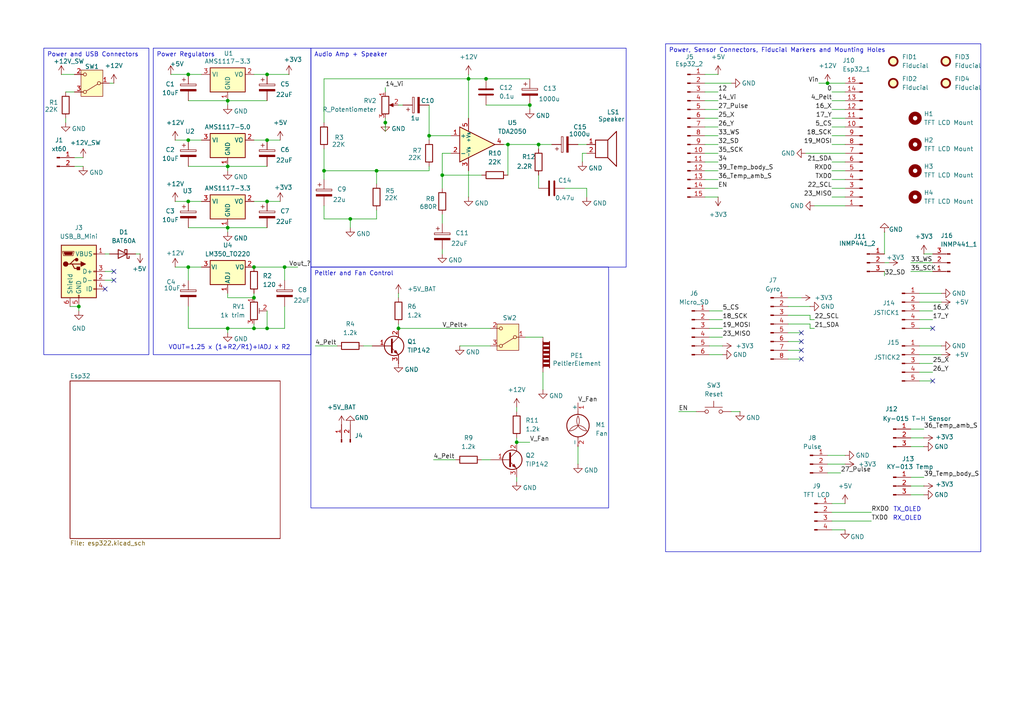
<source format=kicad_sch>
(kicad_sch (version 20231120) (generator "eeschema") (generator_version "8.0")
  (paper "A4")
  (lib_symbols
    (symbol "Amplifier_Audio:TDA2050" (pin_names (offset 0.127))
      (property "Reference" "U" (at 3.81 6.35 0))
      (property "Value" "TDA2050" (at 3.81 3.81 0))
      (symbol "TDA2050_1_1"
        (pin input line (at -7.62 2.54 0) (length 2.54) (name "+") (number "1"))
        (pin input line (at -7.62 -2.54 0) (length 2.54) (name "-") (number "2"))
        (pin power_in line (at -2.54 -7.62 90) (length 3.81) (name "-Vs") (number "3"))
        (pin output line (at 7.62 0 180) (length 2.54) (name "~") (number "4"))
        (pin power_in line (at -2.54 7.62 270) (length 3.81) (name "+Vs") (number "5"))
      )
    )
    (symbol "Connector:Conn_01x02_Pin" (pin_names (offset 1.016) hide)
      (property "Reference" "J" (at 0 2.54 0))
      (property "Value" "Conn_01x02_Pin" (at 0 -5.08 0))
      (symbol "Conn_01x02_Pin_1_1"
        (pin passive line (at 5.08 0 180) (length 3.81) (name "Pin_1") (number "1"))
        (pin passive line (at 5.08 -2.54 180) (length 3.81) (name "Pin_2") (number "2"))
      )
    )
    (symbol "Connector:Conn_01x03_Pin" (pin_names (offset 1.016) hide)
      (property "Reference" "J" (at 0 5.08 0))
      (property "Value" "Conn_01x03_Pin" (at 0 -5.08 0))
      (symbol "Conn_01x03_Pin_1_1"
        (pin passive line (at 5.08 2.54 180) (length 3.81) (name "Pin_1") (number "1"))
        (pin passive line (at 5.08 0 180) (length 3.81) (name "Pin_2") (number "2"))
        (pin passive line (at 5.08 -2.54 180) (length 3.81) (name "Pin_3") (number "3"))
      )
    )
    (symbol "Connector:Conn_01x04_Pin" (pin_names (offset 1.016) hide)
      (property "Reference" "J" (at 0 5.08 0))
      (property "Value" "Conn_01x04_Pin" (at 0 -7.62 0))
      (symbol "Conn_01x04_Pin_1_1"
        (pin passive line (at 5.08 2.54 180) (length 3.81) (name "Pin_1") (number "1"))
        (pin passive line (at 5.08 0 180) (length 3.81) (name "Pin_2") (number "2"))
        (pin passive line (at 5.08 -2.54 180) (length 3.81) (name "Pin_3") (number "3"))
        (pin passive line (at 5.08 -5.08 180) (length 3.81) (name "Pin_4") (number "4"))
      )
    )
    (symbol "Connector:Conn_01x05_Pin" (pin_names (offset 1.016) hide)
      (property "Reference" "J" (at 0 7.62 0))
      (property "Value" "Conn_01x05_Pin" (at 0 -7.62 0))
      (symbol "Conn_01x05_Pin_1_1"
        (pin passive line (at 5.08 5.08 180) (length 3.81) (name "Pin_1") (number "1"))
        (pin passive line (at 5.08 2.54 180) (length 3.81) (name "Pin_2") (number "2"))
        (pin passive line (at 5.08 0 180) (length 3.81) (name "Pin_3") (number "3"))
        (pin passive line (at 5.08 -2.54 180) (length 3.81) (name "Pin_4") (number "4"))
        (pin passive line (at 5.08 -5.08 180) (length 3.81) (name "Pin_5") (number "5"))
      )
    )
    (symbol "Connector:Conn_01x06_Pin" (pin_names (offset 1.016) hide)
      (property "Reference" "J" (at 0 7.62 0))
      (property "Value" "Conn_01x06_Pin" (at 0 -10.16 0))
      (symbol "Conn_01x06_Pin_1_1"
        (pin passive line (at 5.08 5.08 180) (length 3.81) (name "Pin_1") (number "1"))
        (pin passive line (at 5.08 2.54 180) (length 3.81) (name "Pin_2") (number "2"))
        (pin passive line (at 5.08 0 180) (length 3.81) (name "Pin_3") (number "3"))
        (pin passive line (at 5.08 -2.54 180) (length 3.81) (name "Pin_4") (number "4"))
        (pin passive line (at 5.08 -5.08 180) (length 3.81) (name "Pin_5") (number "5"))
        (pin passive line (at 5.08 -7.62 180) (length 3.81) (name "Pin_6") (number "6"))
      )
    )
    (symbol "Connector:Conn_01x08_Pin" (pin_names (offset 1.016) hide)
      (property "Reference" "J" (at 0 10.16 0))
      (property "Value" "Conn_01x08_Pin" (at 0 -12.7 0))
      (symbol "Conn_01x08_Pin_1_1"
        (pin passive line (at 5.08 7.62 180) (length 3.81) (name "Pin_1") (number "1"))
        (pin passive line (at 5.08 5.08 180) (length 3.81) (name "Pin_2") (number "2"))
        (pin passive line (at 5.08 2.54 180) (length 3.81) (name "Pin_3") (number "3"))
        (pin passive line (at 5.08 0 180) (length 3.81) (name "Pin_4") (number "4"))
        (pin passive line (at 5.08 -2.54 180) (length 3.81) (name "Pin_5") (number "5"))
        (pin passive line (at 5.08 -5.08 180) (length 3.81) (name "Pin_6") (number "6"))
        (pin passive line (at 5.08 -7.62 180) (length 3.81) (name "Pin_7") (number "7"))
        (pin passive line (at 5.08 -10.16 180) (length 3.81) (name "Pin_8") (number "8"))
      )
    )
    (symbol "Connector:Conn_01x15_Pin" (pin_names (offset 1.016) hide)
      (property "Reference" "J" (at 0 20.32 0))
      (property "Value" "Conn_01x15_Pin" (at 0 -20.32 0))
      (symbol "Conn_01x15_Pin_1_1"
        (pin passive line (at 5.08 17.78 180) (length 3.81) (name "Pin_1") (number "1"))
        (pin passive line (at 5.08 -5.08 180) (length 3.81) (name "Pin_10") (number "10"))
        (pin passive line (at 5.08 -7.62 180) (length 3.81) (name "Pin_11") (number "11"))
        (pin passive line (at 5.08 -10.16 180) (length 3.81) (name "Pin_12") (number "12"))
        (pin passive line (at 5.08 -12.7 180) (length 3.81) (name "Pin_13") (number "13"))
        (pin passive line (at 5.08 -15.24 180) (length 3.81) (name "Pin_14") (number "14"))
        (pin passive line (at 5.08 -17.78 180) (length 3.81) (name "Pin_15") (number "15"))
        (pin passive line (at 5.08 15.24 180) (length 3.81) (name "Pin_2") (number "2"))
        (pin passive line (at 5.08 12.7 180) (length 3.81) (name "Pin_3") (number "3"))
        (pin passive line (at 5.08 10.16 180) (length 3.81) (name "Pin_4") (number "4"))
        (pin passive line (at 5.08 7.62 180) (length 3.81) (name "Pin_5") (number "5"))
        (pin passive line (at 5.08 5.08 180) (length 3.81) (name "Pin_6") (number "6"))
        (pin passive line (at 5.08 2.54 180) (length 3.81) (name "Pin_7") (number "7"))
        (pin passive line (at 5.08 0 180) (length 3.81) (name "Pin_8") (number "8"))
        (pin passive line (at 5.08 -2.54 180) (length 3.81) (name "Pin_9") (number "9"))
      )
    )
    (symbol "Connector:USB_B_Mini" (pin_names (offset 1.016))
      (property "Reference" "J" (at -5.08 11.43 0))
      (property "Value" "USB_B_Mini" (at -5.08 8.89 0))
      (symbol "USB_B_Mini_1_1"
        (pin power_out line (at 7.62 5.08 180) (length 2.54) (name "VBUS") (number "1"))
        (pin bidirectional line (at 7.62 -2.54 180) (length 2.54) (name "D-") (number "2"))
        (pin bidirectional line (at 7.62 0 180) (length 2.54) (name "D+") (number "3"))
        (pin passive line (at 7.62 -5.08 180) (length 2.54) (name "ID") (number "4"))
        (pin power_out line (at 0 -10.16 90) (length 2.54) (name "GND") (number "5"))
        (pin passive line (at -2.54 -10.16 90) (length 2.54) (name "Shield") (number "6"))
      )
    )
    (symbol "Device:C" (pin_numbers hide) (pin_names (offset 0.254))
      (property "Reference" "C" (at 0.635 2.54 0))
      (property "Value" "C" (at 0.635 -2.54 0))
      (symbol "C_1_1"
        (pin passive line (at 0 3.81 270) (length 2.794) (name "~") (number "1"))
        (pin passive line (at 0 -3.81 90) (length 2.794) (name "~") (number "2"))
      )
    )
    (symbol "Device:C_Polarized" (pin_numbers hide) (pin_names (offset 0.254))
      (property "Reference" "C" (at 0.635 2.54 0))
      (property "Value" "C_Polarized" (at 0.635 -2.54 0))
      (symbol "C_Polarized_1_1"
        (pin passive line (at 0 3.81 270) (length 2.794) (name "~") (number "1"))
        (pin passive line (at 0 -3.81 90) (length 2.794) (name "~") (number "2"))
      )
    )
    (symbol "Device:PeltierElement" (pin_numbers hide) (pin_names (offset 0))
      (property "Reference" "PE" (at 0 3.175 0))
      (property "Value" "PeltierElement" (at 0 -1.27 0))
      (symbol "PeltierElement_1_1"
        (pin passive line (at -5.08 0 0) (length 1.27) (name "~") (number "1"))
        (pin passive line (at 5.08 0 180) (length 1.27) (name "~") (number "2"))
      )
    )
    (symbol "Device:R" (pin_numbers hide) (pin_names (offset 0))
      (property "Reference" "R" (at 2.032 0 90))
      (property "Value" "R" (at 0 0 90))
      (symbol "R_1_1"
        (pin passive line (at 0 3.81 270) (length 1.27) (name "~") (number "1"))
        (pin passive line (at 0 -3.81 90) (length 1.27) (name "~") (number "2"))
      )
    )
    (symbol "Device:R_Potentiometer" (pin_names (offset 1.016) hide)
      (property "Reference" "RV" (at -4.445 0 90))
      (property "Value" "R_Potentiometer" (at -2.54 0 90))
      (symbol "R_Potentiometer_1_1"
        (pin passive line (at 0 3.81 270) (length 1.27) (name "1") (number "1"))
        (pin passive line (at 3.81 0 180) (length 1.27) (name "2") (number "2"))
        (pin passive line (at 0 -3.81 90) (length 1.27) (name "3") (number "3"))
      )
    )
    (symbol "Device:R_Potentiometer_Trim" (pin_names (offset 1.016) hide)
      (property "Reference" "RV" (at -4.445 0 90))
      (property "Value" "R_Potentiometer_Trim" (at -2.54 0 90))
      (symbol "R_Potentiometer_Trim_1_1"
        (pin passive line (at 0 3.81 270) (length 1.27) (name "1") (number "1"))
        (pin passive line (at 3.81 0 180) (length 1.27) (name "2") (number "2"))
        (pin passive line (at 0 -3.81 90) (length 1.27) (name "3") (number "3"))
      )
    )
    (symbol "Device:Speaker" (pin_names (offset 0) hide)
      (property "Reference" "LS" (at 1.27 5.715 0))
      (property "Value" "Speaker" (at 1.27 3.81 0))
      (symbol "Speaker_1_1"
        (pin input line (at -5.08 0 0) (length 2.54) (name "1") (number "1"))
        (pin input line (at -5.08 -2.54 0) (length 2.54) (name "2") (number "2"))
      )
    )
    (symbol "Diode:BAT60A" (pin_numbers hide) (pin_names (offset 1.016) hide)
      (property "Reference" "D" (at 0 2.54 0))
      (property "Value" "BAT60A" (at 0 -2.54 0))
      (symbol "BAT60A_1_1"
        (pin passive line (at -3.81 0 0) (length 2.54) (name "K") (number "1"))
        (pin passive line (at 3.81 0 180) (length 2.54) (name "A") (number "2"))
      )
    )
    (symbol "Mechanical:Fiducial" (exclude_from_sim yes) (in_bom no)
      (property "Reference" "FID" (at 0 5.08 0))
      (property "Value" "Fiducial" (at 0 3.175 0))
    )
    (symbol "Mechanical:MountingHole" (pin_names (offset 1.016)) (exclude_from_sim yes) (in_bom no)
      (property "Reference" "H" (at 0 5.08 0))
      (property "Value" "MountingHole" (at 0 3.175 0))
    )
    (symbol "Motor:Fan" (pin_names (offset 0))
      (property "Reference" "M" (at 2.54 5.08 0))
      (property "Value" "Fan" (at 2.54 -2.54 0))
      (symbol "Fan_1_1"
        (pin passive line (at 0 7.62 270) (length 2.54) (name "+") (number "1"))
        (pin passive line (at 0 -5.08 90) (length 2.54) (name "-") (number "2"))
      )
    )
    (symbol "Regulator_Linear:AMS1117-3.3"
      (property "Reference" "U" (at -3.81 3.175 0))
      (property "Value" "AMS1117-3.3" (at 0 3.175 0))
      (symbol "AMS1117-3.3_1_1"
        (pin power_in line (at 0 -7.62 90) (length 2.54) (name "GND") (number "1"))
        (pin power_out line (at 7.62 0 180) (length 2.54) (name "VO") (number "2"))
        (pin power_in line (at -7.62 0 0) (length 2.54) (name "VI") (number "3"))
      )
    )
    (symbol "Regulator_Linear:AMS1117-5.0"
      (property "Reference" "U" (at -3.81 3.175 0))
      (property "Value" "AMS1117-5.0" (at 0 3.175 0))
      (symbol "AMS1117-5.0_1_1"
        (pin power_in line (at 0 -7.62 90) (length 2.54) (name "GND") (number "1"))
        (pin power_out line (at 7.62 0 180) (length 2.54) (name "VO") (number "2"))
        (pin power_in line (at -7.62 0 0) (length 2.54) (name "VI") (number "3"))
      )
    )
    (symbol "Regulator_Linear:LM350_TO220" (pin_names (offset 0.254))
      (property "Reference" "U" (at -3.81 3.175 0))
      (property "Value" "LM350_TO220" (at 0 3.175 0))
      (symbol "LM350_TO220_1_1"
        (pin input line (at 0 -7.62 90) (length 2.54) (name "ADJ") (number "1"))
        (pin power_out line (at 7.62 0 180) (length 2.54) (name "VO") (number "2"))
        (pin power_in line (at -7.62 0 0) (length 2.54) (name "VI") (number "3"))
      )
    )
    (symbol "Switch:SW_Push" (pin_numbers hide) (pin_names (offset 1.016) hide)
      (property "Reference" "SW" (at 1.27 2.54 0))
      (property "Value" "SW_Push" (at 0 -1.524 0))
      (symbol "SW_Push_0_1"
        (pin passive line (at -5.08 0 0) (length 2.54) (name "1") (number "1"))
        (pin passive line (at 5.08 0 180) (length 2.54) (name "2") (number "2"))
      )
    )
    (symbol "Switch:SW_Wuerth_450301014042" (pin_names (offset 1) hide)
      (property "Reference" "SW" (at 0 5.08 0))
      (property "Value" "SW_Wuerth_450301014042" (at 0 -5.08 0))
      (symbol "SW_Wuerth_450301014042_1_1"
        (pin passive line (at -5.08 0 0) (length 2.54) (name "B") (number "1"))
        (pin passive line (at 5.08 -2.54 180) (length 2.54) (name "C") (number "2"))
        (pin passive line (at 5.08 2.54 180) (length 2.54) (name "A") (number "3"))
      )
    )
    (symbol "Transistor_BJT:TIP3055" (pin_names (offset 0) hide)
      (property "Reference" "Q" (at 5.08 1.905 0))
      (property "Value" "TIP3055" (at 5.08 0 0))
      (symbol "TIP3055_1_1"
        (pin input line (at -5.08 0 0) (length 5.715) (name "B") (number "1"))
        (pin passive line (at 2.54 5.08 270) (length 2.54) (name "C") (number "2"))
        (pin passive line (at 2.54 -5.08 90) (length 2.54) (name "E") (number "3"))
      )
    )
    (symbol "power:+12V" (power) (pin_numbers hide) (pin_names (offset 0) hide)
      (property "Value" "+12V" (at 0 3.556 0))
      (symbol "+12V_1_1"
        (pin power_in line (at 0 0 90) (length 0) (name "~") (number "1"))
      )
    )
    (symbol "power:+3.3V" (power) (pin_numbers hide) (pin_names (offset 0) hide)
      (property "Value" "+3.3V" (at 0 3.556 0))
      (symbol "+3.3V_1_1"
        (pin power_in line (at 0 0 90) (length 0) (name "~") (number "1"))
      )
    )
    (symbol "power:+5V" (power) (pin_numbers hide) (pin_names (offset 0) hide)
      (property "Value" "+5V" (at 0 3.556 0))
      (symbol "+5V_1_1"
        (pin power_in line (at 0 0 90) (length 0) (name "~") (number "1"))
      )
    )
    (symbol "power:GND" (power) (pin_numbers hide) (pin_names (offset 0) hide)
      (property "Value" "GND" (at 0 -3.81 0))
      (symbol "GND_1_1"
        (pin power_in line (at 0 0 270) (length 0) (name "~") (number "1"))
      )
    )
  )
  (junction (at 77.47 40.64))
  (junction (at 73.66 86.36))
  (junction (at 147.32 41.91))
  (junction (at 115.57 95.25))
  (junction (at 149.86 128.27))
  (junction (at 77.47 58.42))
  (junction (at 82.55 77.47))
  (junction (at 124.46 39.37))
  (junction (at 66.04 95.25))
  (junction (at 66.04 66.04))
  (junction (at 73.66 77.47))
  (junction (at 66.04 29.21))
  (junction (at 66.04 48.26))
  (junction (at 77.47 95.25))
  (junction (at 240.03 24.13))
  (junction (at 128.27 50.8))
  (junction (at 153.67 30.48))
  (junction (at 101.6 63.5))
  (junction (at 93.98 49.53))
  (junction (at 73.66 95.25))
  (junction (at 111.76 35.56))
  (junction (at 54.61 58.42))
  (junction (at 54.61 77.47))
  (junction (at 140.97 22.86))
  (junction (at 156.21 41.91))
  (junction (at 77.47 21.59))
  (junction (at 109.22 49.53))
  (junction (at 54.61 21.59))
  (junction (at 54.61 40.64))
  (junction (at 135.89 22.86))
  (junction (at 22.86 88.9))
  (no_connect (at 33.02 78.74))
  (no_connect (at 33.02 81.28))
  (no_connect (at 270.51 95.25))
  (no_connect (at 232.41 99.06))
  (no_connect (at 232.41 104.14))
  (no_connect (at 232.41 96.52))
  (no_connect (at 270.51 110.49))
  (no_connect (at 232.41 101.6))
  (no_connect (at 30.48 83.82))
  (wire (pts (xy 19.05 35.56) (xy 19.05 34.29)))
  (wire (pts (xy 66.04 30.48) (xy 66.04 29.21)))
  (wire (pts (xy 54.61 40.64) (xy 58.42 40.64)))
  (wire (pts (xy 170.18 54.61) (xy 163.83 54.61)))
  (wire (pts (xy 234.95 95.25) (xy 236.22 95.25)))
  (wire (pts (xy 241.3 36.83) (xy 245.11 36.83)))
  (wire (pts (xy 115.57 30.48) (xy 116.84 30.48)))
  (wire (pts (xy 17.78 21.59) (xy 21.59 21.59)))
  (wire (pts (xy 264.16 140.97) (xy 267.97 140.97)))
  (wire (pts (xy 264.16 127) (xy 267.97 127)))
  (wire (pts (xy 240.03 134.62) (xy 245.11 134.62)))
  (wire (pts (xy 66.04 86.36) (xy 73.66 86.36)))
  (wire (pts (xy 30.48 73.66) (xy 31.75 73.66)))
  (wire (pts (xy 266.7 110.49) (xy 270.51 110.49)))
  (wire (pts (xy 125.73 133.35) (xy 132.08 133.35)))
  (wire (pts (xy 204.47 34.29) (xy 208.28 34.29)))
  (wire (pts (xy 66.04 49.53) (xy 66.04 48.26)))
  (wire (pts (xy 241.3 31.75) (xy 245.11 31.75)))
  (wire (pts (xy 135.89 49.53) (xy 135.89 57.15)))
  (wire (pts (xy 133.35 100.33) (xy 142.24 100.33)))
  (wire (pts (xy 50.8 58.42) (xy 54.61 58.42)))
  (wire (pts (xy 124.46 30.48) (xy 124.46 39.37)))
  (wire (pts (xy 233.68 44.45) (xy 245.11 44.45)))
  (wire (pts (xy 93.98 63.5) (xy 101.6 63.5)))
  (wire (pts (xy 54.61 95.25) (xy 66.04 95.25)))
  (wire (pts (xy 19.05 26.67) (xy 21.59 26.67)))
  (wire (pts (xy 128.27 62.23) (xy 128.27 64.77)))
  (wire (pts (xy 241.3 153.67) (xy 245.11 153.67)))
  (wire (pts (xy 264.16 129.54) (xy 267.97 129.54)))
  (wire (pts (xy 66.04 95.25) (xy 73.66 95.25)))
  (wire (pts (xy 124.46 49.53) (xy 124.46 48.26)))
  (wire (pts (xy 204.47 36.83) (xy 208.28 36.83)))
  (wire (pts (xy 241.3 39.37) (xy 245.11 39.37)))
  (wire (pts (xy 264.16 138.43) (xy 267.97 138.43)))
  (wire (pts (xy 73.66 77.47) (xy 82.55 77.47)))
  (wire (pts (xy 54.61 48.26) (xy 66.04 48.26)))
  (wire (pts (xy 266.7 92.71) (xy 270.51 92.71)))
  (wire (pts (xy 204.47 52.07) (xy 208.28 52.07)))
  (wire (pts (xy 82.55 95.25) (xy 82.55 88.9)))
  (wire (pts (xy 128.27 50.8) (xy 139.7 50.8)))
  (wire (pts (xy 93.98 49.53) (xy 93.98 52.07)))
  (wire (pts (xy 241.3 52.07) (xy 245.11 52.07)))
  (wire (pts (xy 266.7 102.87) (xy 273.05 102.87)))
  (wire (pts (xy 241.3 54.61) (xy 245.11 54.61)))
  (wire (pts (xy 204.47 57.15) (xy 208.28 57.15)))
  (wire (pts (xy 135.89 22.86) (xy 140.97 22.86)))
  (wire (pts (xy 266.7 87.63) (xy 273.05 87.63)))
  (wire (pts (xy 93.98 59.69) (xy 93.98 63.5)))
  (wire (pts (xy 228.6 99.06) (xy 232.41 99.06)))
  (wire (pts (xy 204.47 44.45) (xy 208.28 44.45)))
  (wire (pts (xy 204.47 29.21) (xy 208.28 29.21)))
  (wire (pts (xy 149.86 118.11) (xy 149.86 119.38)))
  (wire (pts (xy 140.97 30.48) (xy 153.67 30.48)))
  (wire (pts (xy 204.47 46.99) (xy 208.28 46.99)))
  (wire (pts (xy 66.04 48.26) (xy 77.47 48.26)))
  (wire (pts (xy 54.61 21.59) (xy 58.42 21.59)))
  (wire (pts (xy 73.66 40.64) (xy 77.47 40.64)))
  (wire (pts (xy 30.48 81.28) (xy 33.02 81.28)))
  (wire (pts (xy 236.22 59.69) (xy 245.11 59.69)))
  (wire (pts (xy 149.86 128.27) (xy 153.67 128.27)))
  (wire (pts (xy 93.98 49.53) (xy 109.22 49.53)))
  (wire (pts (xy 168.91 46.99) (xy 168.91 44.45)))
  (wire (pts (xy 115.57 93.98) (xy 115.57 95.25)))
  (wire (pts (xy 135.89 21.59) (xy 135.89 22.86)))
  (wire (pts (xy 49.53 21.59) (xy 54.61 21.59)))
  (wire (pts (xy 101.6 63.5) (xy 101.6 66.04)))
  (wire (pts (xy 146.05 41.91) (xy 147.32 41.91)))
  (wire (pts (xy 73.66 21.59) (xy 77.47 21.59)))
  (wire (pts (xy 167.64 41.91) (xy 170.18 41.91)))
  (wire (pts (xy 139.7 133.35) (xy 142.24 133.35)))
  (wire (pts (xy 124.46 39.37) (xy 124.46 40.64)))
  (wire (pts (xy 109.22 63.5) (xy 109.22 60.96)))
  (wire (pts (xy 234.95 92.71) (xy 236.22 92.71)))
  (wire (pts (xy 170.18 57.15) (xy 170.18 54.61)))
  (wire (pts (xy 228.6 104.14) (xy 232.41 104.14)))
  (wire (pts (xy 237.49 24.13) (xy 240.03 24.13)))
  (wire (pts (xy 77.47 21.59) (xy 83.82 21.59)))
  (wire (pts (xy 168.91 44.45) (xy 170.18 44.45)))
  (wire (pts (xy 266.7 107.95) (xy 270.51 107.95)))
  (wire (pts (xy 66.04 29.21) (xy 77.47 29.21)))
  (wire (pts (xy 212.09 119.38) (xy 214.63 119.38)))
  (wire (pts (xy 204.47 31.75) (xy 208.28 31.75)))
  (wire (pts (xy 109.22 49.53) (xy 124.46 49.53)))
  (wire (pts (xy 241.3 29.21) (xy 245.11 29.21)))
  (wire (pts (xy 205.74 92.71) (xy 209.55 92.71)))
  (wire (pts (xy 147.32 41.91) (xy 147.32 50.8)))
  (wire (pts (xy 128.27 54.61) (xy 128.27 50.8)))
  (wire (pts (xy 241.3 49.53) (xy 245.11 49.53)))
  (wire (pts (xy 228.6 86.36) (xy 232.41 86.36)))
  (wire (pts (xy 149.86 127) (xy 149.86 128.27)))
  (wire (pts (xy 204.47 39.37) (xy 208.28 39.37)))
  (wire (pts (xy 156.21 50.8) (xy 156.21 54.61)))
  (wire (pts (xy 128.27 72.39) (xy 128.27 73.66)))
  (wire (pts (xy 266.7 85.09) (xy 273.05 85.09)))
  (wire (pts (xy 39.37 73.66) (xy 40.64 73.66)))
  (wire (pts (xy 266.7 100.33) (xy 273.05 100.33)))
  (wire (pts (xy 93.98 43.18) (xy 93.98 49.53)))
  (wire (pts (xy 241.3 146.05) (xy 245.11 146.05)))
  (wire (pts (xy 66.04 85.09) (xy 66.04 86.36)))
  (wire (pts (xy 241.3 26.67) (xy 245.11 26.67)))
  (wire (pts (xy 135.89 22.86) (xy 135.89 34.29)))
  (wire (pts (xy 77.47 58.42) (xy 81.28 58.42)))
  (wire (pts (xy 204.47 26.67) (xy 208.28 26.67)))
  (wire (pts (xy 266.7 105.41) (xy 270.51 105.41)))
  (wire (pts (xy 204.47 24.13) (xy 212.09 24.13)))
  (wire (pts (xy 101.6 63.5) (xy 109.22 63.5)))
  (wire (pts (xy 115.57 95.25) (xy 142.24 95.25)))
  (wire (pts (xy 115.57 85.09) (xy 115.57 86.36)))
  (wire (pts (xy 266.7 95.25) (xy 270.51 95.25)))
  (wire (pts (xy 241.3 57.15) (xy 245.11 57.15)))
  (wire (pts (xy 256.54 67.31) (xy 256.54 73.66)))
  (wire (pts (xy 156.21 41.91) (xy 156.21 43.18)))
  (wire (pts (xy 149.86 139.7) (xy 149.86 138.43)))
  (wire (pts (xy 241.3 41.91) (xy 245.11 41.91)))
  (wire (pts (xy 82.55 81.28) (xy 82.55 77.47)))
  (wire (pts (xy 157.48 113.03) (xy 157.48 107.95)))
  (wire (pts (xy 240.03 137.16) (xy 243.84 137.16)))
  (wire (pts (xy 73.66 85.09) (xy 73.66 86.36)))
  (wire (pts (xy 234.95 92.71) (xy 234.95 91.44)))
  (wire (pts (xy 266.7 90.17) (xy 270.51 90.17)))
  (wire (pts (xy 66.04 67.31) (xy 66.04 66.04)))
  (wire (pts (xy 228.6 101.6) (xy 232.41 101.6)))
  (wire (pts (xy 140.97 22.86) (xy 153.67 22.86)))
  (wire (pts (xy 153.67 30.48) (xy 153.67 31.75)))
  (wire (pts (xy 234.95 91.44) (xy 228.6 91.44)))
  (wire (pts (xy 124.46 39.37) (xy 130.81 39.37)))
  (wire (pts (xy 21.59 48.26) (xy 24.13 48.26)))
  (wire (pts (xy 241.3 148.59) (xy 252.73 148.59)))
  (wire (pts (xy 241.3 151.13) (xy 252.73 151.13)))
  (wire (pts (xy 54.61 29.21) (xy 66.04 29.21)))
  (wire (pts (xy 111.76 35.56) (xy 111.76 34.29)))
  (wire (pts (xy 77.47 40.64) (xy 81.28 40.64)))
  (wire (pts (xy 147.32 41.91) (xy 156.21 41.91)))
  (wire (pts (xy 256.54 80.01) (xy 256.54 78.74)))
  (wire (pts (xy 205.74 90.17) (xy 209.55 90.17)))
  (wire (pts (xy 73.66 95.25) (xy 77.47 95.25)))
  (wire (pts (xy 167.64 129.54) (xy 167.64 134.62)))
  (wire (pts (xy 156.21 41.91) (xy 160.02 41.91)))
  (wire (pts (xy 264.16 124.46) (xy 267.97 124.46)))
  (wire (pts (xy 204.47 41.91) (xy 208.28 41.91)))
  (wire (pts (xy 54.61 77.47) (xy 58.42 77.47)))
  (wire (pts (xy 228.6 88.9) (xy 234.95 88.9)))
  (wire (pts (xy 30.48 78.74) (xy 33.02 78.74)))
  (wire (pts (xy 66.04 66.04) (xy 77.47 66.04)))
  (wire (pts (xy 91.44 100.33) (xy 97.79 100.33)))
  (wire (pts (xy 256.54 76.2) (xy 257.81 76.2)))
  (wire (pts (xy 228.6 96.52) (xy 232.41 96.52)))
  (wire (pts (xy 264.16 78.74) (xy 270.51 78.74)))
  (wire (pts (xy 111.76 38.1) (xy 111.76 35.56)))
  (wire (pts (xy 82.55 77.47) (xy 86.36 77.47)))
  (wire (pts (xy 267.97 73.66) (xy 270.51 73.66)))
  (wire (pts (xy 77.47 90.17) (xy 77.47 95.25)))
  (wire (pts (xy 50.8 77.47) (xy 54.61 77.47)))
  (wire (pts (xy 205.74 100.33) (xy 209.55 100.33)))
  (wire (pts (xy 128.27 44.45) (xy 130.81 44.45)))
  (wire (pts (xy 73.66 58.42) (xy 77.47 58.42)))
  (wire (pts (xy 77.47 95.25) (xy 82.55 95.25)))
  (wire (pts (xy 135.89 22.86) (xy 93.98 22.86)))
  (wire (pts (xy 54.61 66.04) (xy 66.04 66.04)))
  (wire (pts (xy 240.03 24.13) (xy 245.11 24.13)))
  (wire (pts (xy 205.74 102.87) (xy 209.55 102.87)))
  (wire (pts (xy 21.59 45.72) (xy 24.13 45.72)))
  (wire (pts (xy 264.16 76.2) (xy 270.51 76.2)))
  (wire (pts (xy 196.85 119.38) (xy 201.93 119.38)))
  (wire (pts (xy 204.47 54.61) (xy 208.28 54.61)))
  (wire (pts (xy 241.3 46.99) (xy 245.11 46.99)))
  (wire (pts (xy 31.75 24.13) (xy 33.02 24.13)))
  (wire (pts (xy 240.03 132.08) (xy 245.11 132.08)))
  (wire (pts (xy 205.74 97.79) (xy 209.55 97.79)))
  (wire (pts (xy 50.8 40.64) (xy 54.61 40.64)))
  (wire (pts (xy 111.76 26.67) (xy 111.76 25.4)))
  (wire (pts (xy 66.04 96.52) (xy 66.04 95.25)))
  (wire (pts (xy 93.98 22.86) (xy 93.98 35.56)))
  (wire (pts (xy 73.66 93.98) (xy 73.66 95.25)))
  (wire (pts (xy 20.32 88.9) (xy 22.86 88.9)))
  (wire (pts (xy 234.95 93.98) (xy 228.6 93.98)))
  (wire (pts (xy 152.4 97.79) (xy 157.48 97.79)))
  (wire (pts (xy 22.86 88.9) (xy 22.86 90.17)))
  (wire (pts (xy 128.27 50.8) (xy 128.27 44.45)))
  (wire (pts (xy 205.74 95.25) (xy 209.55 95.25)))
  (wire (pts (xy 204.47 49.53) (xy 208.28 49.53)))
  (wire (pts (xy 54.61 81.28) (xy 54.61 77.47)))
  (wire (pts (xy 241.3 34.29) (xy 245.11 34.29)))
  (wire (pts (xy 264.16 143.51) (xy 267.97 143.51)))
  (wire (pts (xy 54.61 58.42) (xy 58.42 58.42)))
  (wire (pts (xy 234.95 95.25) (xy 234.95 93.98)))
  (wire (pts (xy 105.41 100.33) (xy 107.95 100.33)))
  (wire (pts (xy 109.22 53.34) (xy 109.22 49.53)))
  (wire (pts (xy 54.61 95.25) (xy 54.61 88.9)))
  (wire (pts (xy 204.47 21.59) (xy 208.28 21.59)))
  (text_box "Power and USB Connectors" (at 12.7 13.97 0) (size 30.48 88.9) (effects (font (size 1.27 1.27)) (justify left top)))
  (text_box "Peltier and Fan Control" (at 90.17 77.47 0) (size 86.36 69.85) (effects (font (size 1.27 1.27)) (justify left top)))
  (text_box "Audio Amp + Speaker\n" (at 90.17 13.97 0) (size 91.44 63.5) (effects (font (size 1.27 1.27)) (justify left top)))
  (text_box "Power Regulators\n" (at 44.45 13.97 0) (size 45.72 88.9) (effects (font (size 1.27 1.27)) (justify left top)))
  (text_box "Power, Sensor Connectors, Fiducial Markers and Mounting Holes\n" (at 193.04 12.7 0) (size 91.44 147.32) (effects (font (size 1.27 1.27)) (justify left top)))
  (text "TX_OLED\n" (at 263.144 147.828 0) (effects (font (size 1.27 1.27))))
  (text "VOUT=1.25 x (1+R2/R1)+IADJ x R2" (at 66.548 100.838 0) (effects (font (size 1.27 1.27))))
  (text "RX_OLED\n" (at 263.144 150.368 0) (effects (font (size 1.27 1.27))))
  (label "32_SD" (at 256.54 80.01 0))
  (label "25_X" (at 208.28 34.29 0))
  (label "EN" (at 208.28 54.61 0))
  (label "V_Fan" (at 167.64 116.84 0))
  (label "Vout_?" (at 83.82 77.47 0))
  (label "0" (at 241.3 26.67 180))
  (label "21_SDA" (at 236.22 95.25 0))
  (label "14_Vi" (at 111.76 25.4 0))
  (label "18_SCK" (at 209.55 92.71 0))
  (label "19_MOSI" (at 209.55 95.25 0))
  (label "17_Y" (at 241.3 34.29 180))
  (label "26_Y" (at 208.28 36.83 0))
  (label "4_Pelt" (at 125.73 133.35 0))
  (label "4_Pelt" (at 91.44 100.33 0))
  (label "23_MISO" (at 209.55 97.79 0))
  (label "16_X" (at 241.3 31.75 180))
  (label "21_SDA" (at 241.3 46.99 180))
  (label "36_Temp_amb_S" (at 208.28 52.07 0))
  (label "35_SCK" (at 264.16 78.74 0))
  (label "32_SD" (at 208.28 41.91 0))
  (label "25_X" (at 270.51 105.41 0))
  (label "27_Pulse" (at 208.28 31.75 0))
  (label "27_Pulse" (at 243.84 137.16 0))
  (label "TXD0" (at 241.3 52.07 180))
  (label "5_CS" (at 209.55 90.17 0))
  (label "22_SCL" (at 241.3 54.61 180))
  (label "4_Pelt" (at 241.3 29.21 180))
  (label "18_SCK" (at 241.3 39.37 180))
  (label "23_MISO" (at 241.3 57.15 180))
  (label "39_Temp_body_S" (at 208.28 49.53 0))
  (label "39_Temp_body_S" (at 267.97 138.43 0))
  (label "V_Pelt+" (at 128.27 95.25 0))
  (label "RXD0" (at 241.3 49.53 180))
  (label "33_WS" (at 264.16 76.2 0))
  (label "33_WS" (at 208.28 39.37 0))
  (label "35_SCK" (at 208.28 44.45 0))
  (label "EN" (at 196.85 119.38 0))
  (label "5_CS" (at 241.3 36.83 180))
  (label "TXD0" (at 252.73 151.13 0))
  (label "34" (at 208.28 46.99 0))
  (label "Vin" (at 237.49 24.13 180))
  (label "36_Temp_amb_S" (at 267.97 124.46 0))
  (label "26_Y" (at 270.51 107.95 0))
  (label "16_X" (at 270.51 90.17 0))
  (label "14_Vi" (at 208.28 29.21 0))
  (label "RXD0" (at 252.73 148.59 0))
  (label "19_MOSI" (at 241.3 41.91 180))
  (label "22_SCL" (at 236.22 92.71 0))
  (label "17_Y" (at 270.51 92.71 0))
  (label "V_Fan" (at 153.67 128.27 0))
  (label "12" (at 208.28 26.67 0))
  (symbol (lib_id "Device:Speaker") (at 175.26 41.91 0) (unit 1)
    (property "Reference" "LS1" (at 176.022 32.512 0) (effects (justify left)))
    (property "Value" "Speaker" (at 173.482 34.544 0) (effects (justify left)))
    (property "Footprint" "Connector_PinSocket_2.54mm:PinSocket_1x02_P2.54mm_Vertical" (effects (hide yes)))
    (property "Description" "Speaker" (effects (hide yes)))
  )
  (symbol (lib_id "Motor:Fan") (at 167.64 124.46 0) (unit 1)
    (property "Reference" "M1" (at 172.72 123.1899 0) (effects (justify left)))
    (property "Value" "Fan" (at 172.72 125.7299 0) (effects (justify left)))
    (property "Footprint" "Connector_PinSocket_2.54mm:PinSocket_1x02_P2.54mm_Vertical" (effects (hide yes)))
    (property "Description" "Fan" (effects (hide yes)))
  )
  (symbol (lib_id "power:+12V") (at 17.78 21.59 0) (unit 1)
    (property "Reference" "#PWR01" (effects (hide yes)))
    (property "Value" "+12V_SW" (at 15.494 17.78 0) (effects (justify left)))
    (property "Description" "Power symbol creates a global label with name \"+12V\"" (effects (hide yes)))
  )
  (symbol (lib_id "Connector:Conn_01x03_Pin") (at 234.95 134.62 0) (unit 1)
    (property "Reference" "J8" (at 235.585 127 0))
    (property "Value" "Pulse" (at 235.585 129.54 0))
    (property "Footprint" "Connector_PinSocket_2.54mm:PinSocket_1x03_P2.54mm_Vertical" (effects (hide yes)))
    (property "Description" "Generic connector, single row, 01x03, script generated" (effects (hide yes)))
  )
  (symbol (lib_id "power:GND") (at 170.18 57.15 0) (unit 1)
    (property "Reference" "#PWR037" (effects (hide yes)))
    (property "Value" "GND" (at 173.99 58.928 0))
    (property "Description" "Power symbol creates a global label with name \"GND\" , ground" (effects (hide yes)))
  )
  (symbol (lib_id "Device:R") (at 143.51 50.8 90) (unit 1)
    (property "Reference" "R10" (at 143.51 44.45 90))
    (property "Value" "22K" (at 143.51 46.99 90))
    (property "Footprint" "Resistor_SMD:R_0805_2012Metric_Pad1.20x1.40mm_HandSolder" (effects (hide yes)))
    (property "Description" "Resistor" (effects (hide yes)))
  )
  (symbol (lib_id "power:GND") (at 128.27 73.66 0) (unit 1)
    (property "Reference" "#PWR027" (effects (hide yes)))
    (property "Value" "GND" (at 132.08 75.438 0))
    (property "Description" "Power symbol creates a global label with name \"GND\" , ground" (effects (hide yes)))
  )
  (symbol (lib_id "power:+3.3V") (at 83.82 21.59 0) (unit 1)
    (property "Reference" "#PWR020" (effects (hide yes)))
    (property "Value" "+3V3" (at 82.296 17.272 0) (effects (justify left)))
    (property "Description" "Power symbol creates a global label with name \"+3.3V\"" (effects (hide yes)))
  )
  (symbol (lib_id "power:+5V") (at 208.28 21.59 0) (unit 1)
    (property "Reference" "#PWR038" (effects (hide yes)))
    (property "Value" "+5V" (at 208.28 16.51 0))
    (property "Description" "Power symbol creates a global label with name \"+5V\"" (effects (hide yes)))
  )
  (symbol (lib_id "power:GND") (at 133.35 100.33 0) (unit 1)
    (property "Reference" "#PWR028" (effects (hide yes)))
    (property "Value" "GND" (at 137.16 102.108 0))
    (property "Description" "Power symbol creates a global label with name \"GND\" , ground" (effects (hide yes)))
  )
  (symbol (lib_id "power:GND") (at 19.05 35.56 0) (unit 1)
    (property "Reference" "#PWR02" (effects (hide yes)))
    (property "Value" "GND" (at 22.86 37.338 0))
    (property "Description" "Power symbol creates a global label with name \"GND\" , ground" (effects (hide yes)))
  )
  (symbol (lib_id "Diode:BAT60A") (at 35.56 73.66 180) (unit 1)
    (property "Reference" "D1" (at 35.8775 67.31 0))
    (property "Value" "BAT60A" (at 35.8775 69.85 0))
    (property "Footprint" "Diode_SMD:D_SOD-323_HandSoldering" (effects (hide yes)))
    (property "Datasheet" "https://www.infineon.com/dgdl/Infineon-BAT60ASERIES-DS-v01_01-en.pdf?fileId=db3a304313d846880113def70c9304a9" (effects (hide yes)))
    (property "Description" "10V 3A High Current Recitifier Schottky Diode, SOD-323" (effects (hide yes)))
  )
  (symbol (lib_id "power:GND") (at 66.04 30.48 0) (unit 1)
    (property "Reference" "#PWR014" (effects (hide yes)))
    (property "Value" "GND" (at 69.85 32.258 0))
    (property "Description" "Power symbol creates a global label with name \"GND\" , ground" (effects (hide yes)))
  )
  (symbol (lib_id "power:GND") (at 149.86 139.7 0) (unit 1)
    (property "Reference" "#PWR032" (effects (hide yes)))
    (property "Value" "GND" (at 153.67 141.478 0))
    (property "Description" "Power symbol creates a global label with name \"GND\" , ground" (effects (hide yes)))
  )
  (symbol (lib_id "power:+3.3V") (at 267.97 127 270) (unit 1)
    (property "Reference" "#PWR056" (effects (hide yes)))
    (property "Value" "+3V3" (at 271.272 126.746 90) (effects (justify left)))
    (property "Description" "Power symbol creates a global label with name \"+3.3V\"" (effects (hide yes)))
  )
  (symbol (lib_id "Device:R_Potentiometer_Trim") (at 73.66 90.17 0) (unit 1)
    (property "Reference" "RV1" (at 71.12 88.8999 0) (effects (justify right)))
    (property "Value" "1k trim" (at 71.12 91.4399 0) (effects (justify right)))
    (property "Footprint" "Potentiometer_THT:Potentiometer_Bourns_3296W_Vertical" (effects (hide yes)))
    (property "Description" "Trim-potentiometer" (effects (hide yes)))
  )
  (symbol (lib_id "power:+3.3V") (at 232.41 86.36 270) (unit 1)
    (property "Reference" "#PWR044" (effects (hide yes)))
    (property "Value" "+3V3" (at 236.22 86.3599 90) (effects (justify left)))
    (property "Description" "Power symbol creates a global label with name \"+3.3V\"" (effects (hide yes)))
  )
  (symbol (lib_id "power:+5V") (at 245.11 146.05 0) (unit 1)
    (property "Reference" "#PWR051" (effects (hide yes)))
    (property "Value" "+5V" (at 245.11 140.97 0))
    (property "Description" "Power symbol creates a global label with name \"+5V\"" (effects (hide yes)))
  )
  (symbol (lib_id "Device:R") (at 115.57 90.17 180) (unit 1)
    (property "Reference" "R6" (at 118.11 88.8999 0) (effects (justify right)))
    (property "Value" "1.2k" (at 118.11 91.4399 0) (effects (justify right)))
    (property "Footprint" "Resistor_SMD:R_0805_2012Metric_Pad1.20x1.40mm_HandSolder" (effects (hide yes)))
    (property "Description" "Resistor" (effects (hide yes)))
  )
  (symbol (lib_id "Mechanical:MountingHole") (at 265.43 57.15 0) (unit 1) (exclude_from_sim yes) (in_bom no)
    (property "Reference" "H4" (at 267.97 55.8799 0) (effects (justify left)))
    (property "Value" "TFT LCD Mount" (at 267.97 58.4199 0) (effects (justify left)))
    (property "Footprint" "MountingHole:MountingHole_3mm" (effects (hide yes)))
    (property "Description" "Mounting Hole without connection" (effects (hide yes)))
  )
  (symbol (lib_id "power:GND") (at 115.57 105.41 0) (unit 1)
    (property "Reference" "#PWR026" (effects (hide yes)))
    (property "Value" "GND" (at 119.38 107.188 0))
    (property "Description" "Power symbol creates a global label with name \"GND\" , ground" (effects (hide yes)))
  )
  (symbol (lib_id "power:GND") (at 66.04 49.53 0) (unit 1)
    (property "Reference" "#PWR015" (effects (hide yes)))
    (property "Value" "GND" (at 69.85 51.308 0))
    (property "Description" "Power symbol creates a global label with name \"GND\" , ground" (effects (hide yes)))
  )
  (symbol (lib_id "power:GND") (at 233.68 44.45 270) (unit 1)
    (property "Reference" "#PWR045" (effects (hide yes)))
    (property "Value" "GND" (at 228.6 44.45 90))
    (property "Description" "Power symbol creates a global label with name \"GND\" , ground" (effects (hide yes)))
  )
  (symbol (lib_id "power:+3.3V") (at 208.28 57.15 180) (unit 1)
    (property "Reference" "#PWR039" (effects (hide yes)))
    (property "Value" "+3V3" (at 208.28 62.23 0))
    (property "Description" "Power symbol creates a global label with name \"+3.3V\"" (effects (hide yes)))
  )
  (symbol (lib_id "Regulator_Linear:LM350_TO220") (at 66.04 77.47 0) (unit 1)
    (property "Reference" "U4" (at 66.04 71.12 0))
    (property "Value" "LM350_TO220" (at 66.04 73.66 0))
    (property "Footprint" "Package_TO_SOT_THT:TO-220-3_Vertical" (effects (hide yes)))
    (property "Datasheet" "https://www.onsemi.com/pub/Collateral/LM350-D.pdf" (effects (hide yes)))
    (property "Description" "3A 33V Adjustable Linear Regulator, TO-220" (effects (hide yes)))
  )
  (symbol (lib_id "Device:R") (at 156.21 46.99 180) (unit 1)
    (property "Reference" "R12" (at 151.384 45.466 0) (effects (justify right)))
    (property "Value" "2.2R" (at 149.86 48.26 0) (effects (justify right)))
    (property "Footprint" "Resistor_SMD:R_0805_2012Metric_Pad1.20x1.40mm_HandSolder" (effects (hide yes)))
    (property "Description" "Resistor" (effects (hide yes)))
  )
  (symbol (lib_id "Device:R_Potentiometer") (at 111.76 30.48 0) (unit 1)
    (property "Reference" "RV2" (at 109.22 29.2099 0) (effects (justify right)))
    (property "Value" "R_Potentiometer" (at 109.22 31.7499 0) (effects (justify right)))
    (property "Footprint" "Potentiometer_THT:Potentiometer_Piher_PC-16_Single_Horizontal" (effects (hide yes)))
    (property "Description" "Potentiometer" (effects (hide yes)))
  )
  (symbol (lib_id "power:+3.3V") (at 81.28 58.42 0) (unit 1)
    (property "Reference" "#PWR019" (effects (hide yes)))
    (property "Value" "+3V3" (at 79.502 54.356 0) (effects (justify left)))
    (property "Description" "Power symbol creates a global label with name \"+3.3V\"" (effects (hide yes)))
  )
  (symbol (lib_id "Mechanical:MountingHole") (at 265.43 34.29 0) (unit 1) (exclude_from_sim yes) (in_bom no)
    (property "Reference" "H1" (at 267.97 33.0199 0) (effects (justify left)))
    (property "Value" "TFT LCD Mount" (at 267.97 35.5599 0) (effects (justify left)))
    (property "Footprint" "MountingHole:MountingHole_3mm" (effects (hide yes)))
    (property "Description" "Mounting Hole without connection" (effects (hide yes)))
  )
  (symbol (lib_id "Mechanical:Fiducial") (at 259.08 24.13 0) (unit 1) (exclude_from_sim yes) (in_bom no)
    (property "Reference" "FID2" (at 261.62 22.8599 0) (effects (justify left)))
    (property "Value" "Fiducial" (at 261.62 25.3999 0) (effects (justify left)))
    (property "Footprint" "Fiducial:Fiducial_1mm_Mask3mm" (effects (hide yes)))
    (property "Description" "Fiducial Marker" (effects (hide yes)))
  )
  (symbol (lib_id "power:GND") (at 168.91 46.99 0) (unit 1)
    (property "Reference" "#PWR036" (effects (hide yes)))
    (property "Value" "GND" (at 172.72 48.768 0))
    (property "Description" "Power symbol creates a global label with name \"GND\" , ground" (effects (hide yes)))
  )
  (symbol (lib_id "Connector:Conn_01x08_Pin") (at 223.52 93.98 0) (unit 1)
    (property "Reference" "J7" (at 224.155 81.28 0))
    (property "Value" "Gyro" (at 224.155 83.82 0))
    (property "Footprint" "Connector_PinSocket_2.54mm:PinSocket_1x08_P2.54mm_Vertical" (effects (hide yes)))
    (property "Description" "Generic connector, single row, 01x08, script generated" (effects (hide yes)))
  )
  (symbol (lib_id "Device:C_Polarized") (at 77.47 62.23 0) (unit 1)
    (property "Reference" "C7" (at 81.28 61.214 0) (effects (justify left)))
    (property "Value" "22uF" (at 80.01 64.262 0) (effects (justify left)))
    (property "Footprint" "Capacitor_SMD:CP_Elec_5x5.3" (effects (hide yes)))
    (property "Description" "Polarized capacitor" (effects (hide yes)))
  )
  (symbol (lib_id "Device:C_Polarized") (at 82.55 85.09 0) (unit 1)
    (property "Reference" "C8" (at 86.36 84.074 0) (effects (justify left)))
    (property "Value" "22uF" (at 85.09 87.122 0) (effects (justify left)))
    (property "Footprint" "Capacitor_SMD:CP_Elec_5x5.3" (effects (hide yes)))
    (property "Description" "Polarized capacitor" (effects (hide yes)))
  )
  (symbol (lib_id "Device:C_Polarized") (at 54.61 85.09 0) (unit 1)
    (property "Reference" "C4" (at 48.26 81.788 0) (effects (justify left)))
    (property "Value" "10uF" (at 47.498 83.566 0) (effects (justify left)))
    (property "Footprint" "Capacitor_SMD:CP_Elec_5x5.3" (effects (hide yes)))
    (property "Description" "Polarized capacitor" (effects (hide yes)))
  )
  (symbol (lib_id "Amplifier_Audio:TDA2050") (at 138.43 41.91 0) (unit 1)
    (property "Reference" "U5" (at 148.59 35.5914 0))
    (property "Value" "TDA2050" (at 148.59 38.1314 0))
    (property "Footprint" "Package_TO_SOT_THT:TO-220-5_P3.4x3.7mm_StaggerOdd_Lead3.8mm_Vertical" (effects (hide yes)))
    (property "Datasheet" "http://www.st.com/resource/en/datasheet/cd00000131.pdf" (effects (hide yes)))
    (property "Description" "32W Hi-Fi Audio Amplifier, TO-220-5" (effects (hide yes)))
  )
  (symbol (lib_id "Connector:Conn_01x05_Pin") (at 261.62 105.41 0) (unit 1)
    (property "Reference" "J15" (at 259.08 99.314 0))
    (property "Value" "JSTICK2" (at 257.302 103.632 0))
    (property "Footprint" "Connector_PinSocket_2.54mm:PinSocket_1x05_P2.54mm_Vertical" (effects (hide yes)))
    (property "Description" "Generic connector, single row, 01x05, script generated" (effects (hide yes)))
  )
  (symbol (lib_id "Connector:USB_B_Mini") (at 22.86 78.74 0) (unit 1)
    (property "Reference" "J3" (at 22.86 66.04 0))
    (property "Value" "USB_B_Mini" (at 22.86 68.58 0))
    (property "Footprint" "Connector_USB:USB_Mini-B_Lumberg_2486_01_Horizontal" (effects (hide yes)))
    (property "Description" "USB Mini Type B connector" (effects (hide yes)))
  )
  (symbol (lib_id "power:GND") (at 66.04 67.31 0) (unit 1)
    (property "Reference" "#PWR016" (effects (hide yes)))
    (property "Value" "GND" (at 69.85 69.088 0))
    (property "Description" "Power symbol creates a global label with name \"GND\" , ground" (effects (hide yes)))
  )
  (symbol (lib_id "Switch:SW_Push") (at 207.01 119.38 0) (unit 1)
    (property "Reference" "SW3" (at 207.01 111.76 0))
    (property "Value" "Reset" (at 207.01 114.3 0))
    (property "Footprint" "Button_Switch_THT:SW_PUSH_6mm" (effects (hide yes)))
    (property "Description" "Push button switch, generic, two pins" (effects (hide yes)))
  )
  (symbol (lib_id "Device:C") (at 160.02 54.61 90) (unit 1)
    (property "Reference" "C14" (at 163.83 52.324 90))
    (property "Value" "0.47u" (at 163.83 57.404 90))
    (property "Footprint" "Capacitor_SMD:C_0805_2012Metric_Pad1.18x1.45mm_HandSolder" (effects (hide yes)))
    (property "Description" "Unpolarized capacitor" (effects (hide yes)))
  )
  (symbol (lib_id "power:GND") (at 101.6 123.19 180) (unit 1)
    (property "Reference" "#PWR023" (effects (hide yes)))
    (property "Value" "GND" (at 104.902 121.158 0))
    (property "Description" "Power symbol creates a global label with name \"GND\" , ground" (effects (hide yes)))
  )
  (symbol (lib_id "power:+3.3V") (at 257.81 76.2 270) (unit 1)
    (property "Reference" "#PWR054" (effects (hide yes)))
    (property "Value" "+3V3" (at 257.048 74.676 90) (effects (justify left)))
    (property "Description" "Power symbol creates a global label with name \"+3.3V\"" (effects (hide yes)))
  )
  (symbol (lib_id "Connector:Conn_01x15_Pin") (at 199.39 39.37 0) (unit 1)
    (property "Reference" "J5" (at 200.025 16.51 0))
    (property "Value" "Esp32_2" (at 199.898 18.542 0))
    (property "Footprint" "Connector_PinSocket_2.54mm:PinSocket_1x15_P2.54mm_Vertical" (effects (hide yes)))
    (property "Description" "Generic connector, single row, 01x15, script generated" (effects (hide yes)))
  )
  (symbol (lib_id "Regulator_Linear:AMS1117-3.3") (at 66.04 21.59 0) (unit 1)
    (property "Reference" "U1" (at 66.294 15.494 0))
    (property "Value" "AMS1117-3.3" (at 66.04 17.78 0))
    (property "Footprint" "Package_TO_SOT_SMD:SOT-223-3_TabPin2" (effects (hide yes)))
    (property "Datasheet" "http://www.advanced-monolithic.com/pdf/ds1117.pdf" (effects (hide yes)))
    (property "Description" "1A Low Dropout regulator, positive, 3.3V fixed output, SOT-223" (effects (hide yes)))
  )
  (symbol (lib_id "power:GND") (at 267.97 129.54 90) (unit 1)
    (property "Reference" "#PWR057" (effects (hide yes)))
    (property "Value" "GND" (at 273.05 129.54 90))
    (property "Description" "Power symbol creates a global label with name \"GND\" , ground" (effects (hide yes)))
  )
  (symbol (lib_id "Device:C_Polarized") (at 93.98 55.88 0) (unit 1)
    (property "Reference" "C9" (at 97.79 54.864 0) (effects (justify left)))
    (property "Value" "22u" (at 96.52 57.912 0) (effects (justify left)))
    (property "Footprint" "Capacitor_SMD:CP_Elec_5x5.3" (effects (hide yes)))
    (property "Description" "Polarized capacitor" (effects (hide yes)))
  )
  (symbol (lib_id "Device:R") (at 19.05 30.48 180) (unit 1)
    (property "Reference" "R1" (at 14.224 29.718 0) (effects (justify right)))
    (property "Value" "22K" (at 12.954 31.75 0) (effects (justify right)))
    (property "Footprint" "Resistor_SMD:R_0805_2012Metric_Pad1.20x1.40mm_HandSolder" (effects (hide yes)))
    (property "Description" "Resistor" (effects (hide yes)))
  )
  (symbol (lib_id "Mechanical:MountingHole") (at 265.43 41.91 0) (unit 1) (exclude_from_sim yes) (in_bom no)
    (property "Reference" "H2" (at 267.97 40.6399 0) (effects (justify left)))
    (property "Value" "TFT LCD Mount" (at 267.97 43.1799 0) (effects (justify left)))
    (property "Footprint" "MountingHole:MountingHole_3mm" (effects (hide yes)))
    (property "Description" "Mounting Hole without connection" (effects (hide yes)))
  )
  (symbol (lib_id "Device:R") (at 149.86 123.19 180) (unit 1)
    (property "Reference" "R11" (at 152.4 121.9199 0) (effects (justify right)))
    (property "Value" "1.2k" (at 152.4 124.4599 0) (effects (justify right)))
    (property "Footprint" "Resistor_SMD:R_0805_2012Metric_Pad1.20x1.40mm_HandSolder" (effects (hide yes)))
    (property "Description" "Resistor" (effects (hide yes)))
  )
  (symbol (lib_id "power:GND") (at 101.6 66.04 0) (unit 1)
    (property "Reference" "#PWR022" (effects (hide yes)))
    (property "Value" "GND" (at 105.41 67.818 0))
    (property "Description" "Power symbol creates a global label with name \"GND\" , ground" (effects (hide yes)))
  )
  (symbol (lib_id "Mechanical:Fiducial") (at 274.32 17.78 0) (unit 1) (exclude_from_sim yes) (in_bom no)
    (property "Reference" "FID3" (at 276.86 16.5099 0) (effects (justify left)))
    (property "Value" "Fiducial" (at 276.86 19.0499 0) (effects (justify left)))
    (property "Footprint" "Fiducial:Fiducial_1mm_Mask3mm" (effects (hide yes)))
    (property "Description" "Fiducial Marker" (effects (hide yes)))
  )
  (symbol (lib_id "power:GND") (at 111.76 35.56 0) (unit 1)
    (property "Reference" "#PWR024" (effects (hide yes)))
    (property "Value" "GND" (at 115.57 37.338 0))
    (property "Description" "Power symbol creates a global label with name \"GND\" , ground" (effects (hide yes)))
  )
  (symbol (lib_id "Connector:Conn_01x02_Pin") (at 16.51 45.72 0) (unit 1)
    (property "Reference" "J1" (at 17.145 40.64 0))
    (property "Value" "xt60" (at 17.145 43.18 0))
    (property "Footprint" "Connector_AMASS:AMASS_XT60-M_1x02_P7.20mm_Vertical" (effects (hide yes)))
    (property "Description" "Generic connector, single row, 01x02, script generated" (effects (hide yes)))
  )
  (symbol (lib_id "power:+12V") (at 240.03 24.13 0) (unit 1)
    (property "Reference" "#PWR048" (effects (hide yes)))
    (property "Value" "+12V" (at 240.03 19.05 0))
    (property "Description" "Power symbol creates a global label with name \"+12V\"" (effects (hide yes)))
  )
  (symbol (lib_id "power:+12V") (at 99.06 123.19 0) (unit 1)
    (property "Reference" "#PWR021" (effects (hide yes)))
    (property "Value" "+5V_BAT" (at 99.06 118.11 0))
    (property "Description" "Power symbol creates a global label with name \"+12V\"" (effects (hide yes)))
  )
  (symbol (lib_id "power:+12V") (at 50.8 58.42 0) (unit 1)
    (property "Reference" "#PWR012" (effects (hide yes)))
    (property "Value" "+12V" (at 50.8 53.34 0))
    (property "Description" "Power symbol creates a global label with name \"+12V\"" (effects (hide yes)))
  )
  (symbol (lib_id "Transistor_BJT:TIP3055") (at 113.03 100.33 0) (unit 1)
    (property "Reference" "Q1" (at 118.11 99.0599 0) (effects (justify left)))
    (property "Value" "TIP142" (at 118.11 101.5999 0) (effects (justify left)))
    (property "Footprint" "Package_TO_SOT_THT:TO-218-3_Vertical" (effects (hide yes)))
    (property "Datasheet" "http://www.onsemi.com/pub_link/Collateral/TIP3055-D.PDF" (effects (hide yes)))
    (property "Description" "15A Ic, 60V Vce, Power NPN Transistor, TO-218" (effects (hide yes)))
  )
  (symbol (lib_id "Connector:Conn_01x04_Pin") (at 236.22 148.59 0) (unit 1)
    (property "Reference" "J9" (at 236.855 140.97 0))
    (property "Value" "TFT LCD" (at 236.855 143.51 0))
    (property "Footprint" "Connector_PinSocket_2.54mm:PinSocket_1x04_P2.54mm_Vertical" (effects (hide yes)))
    (property "Description" "Generic connector, single row, 01x04, script generated" (effects (hide yes)))
  )
  (symbol (lib_id "power:GND") (at 245.11 132.08 90) (unit 1)
    (property "Reference" "#PWR049" (effects (hide yes)))
    (property "Value" "GND" (at 250.19 132.08 90))
    (property "Description" "Power symbol creates a global label with name \"GND\" , ground" (effects (hide yes)))
  )
  (symbol (lib_id "power:+5V") (at 209.55 100.33 270) (unit 1)
    (property "Reference" "#PWR040" (effects (hide yes)))
    (property "Value" "+3V3" (at 213.36 100.3299 90) (effects (justify left)))
    (property "Description" "Power symbol creates a global label with name \"+5V\"" (effects (hide yes)))
  )
  (symbol (lib_id "Device:R") (at 135.89 133.35 90) (unit 1)
    (property "Reference" "R9" (at 135.89 127 90))
    (property "Value" "1.2k" (at 135.89 129.54 90))
    (property "Footprint" "Resistor_SMD:R_0805_2012Metric_Pad1.20x1.40mm_HandSolder" (effects (hide yes)))
    (property "Description" "Resistor" (effects (hide yes)))
  )
  (symbol (lib_id "Device:C_Polarized") (at 128.27 68.58 0) (unit 1)
    (property "Reference" "C11" (at 132.08 67.564 0) (effects (justify left)))
    (property "Value" "22uF" (at 130.81 70.612 0) (effects (justify left)))
    (property "Footprint" "Capacitor_SMD:CP_Elec_5x5.3" (effects (hide yes)))
    (property "Description" "Polarized capacitor" (effects (hide yes)))
  )
  (symbol (lib_id "power:+5V") (at 81.28 40.64 0) (unit 1)
    (property "Reference" "#PWR018" (effects (hide yes)))
    (property "Value" "+5V" (at 81.28 35.56 0))
    (property "Description" "Power symbol creates a global label with name \"+5V\"" (effects (hide yes)))
  )
  (symbol (lib_id "Device:C_Polarized") (at 153.67 26.67 0) (unit 1)
    (property "Reference" "C13" (at 157.48 25.654 0) (effects (justify left)))
    (property "Value" "1000u" (at 156.21 28.702 0) (effects (justify left)))
    (property "Footprint" "Capacitor_SMD:CP_Elec_10x10.5" (effects (hide yes)))
    (property "Description" "Polarized capacitor" (effects (hide yes)))
  )
  (symbol (lib_id "power:+5V") (at 273.05 102.87 270) (unit 1)
    (property "Reference" "#PWR063" (effects (hide yes)))
    (property "Value" "+5V" (at 276.86 102.8699 90) (effects (justify left)))
    (property "Description" "Power symbol creates a global label with name \"+5V\"" (effects (hide yes)))
  )
  (symbol (lib_id "Connector:Conn_01x03_Pin") (at 259.08 127 0) (unit 1)
    (property "Reference" "J12" (at 258.572 118.618 0))
    (property "Value" "Ky-015 T-H Sensor" (at 265.938 121.412 0))
    (property "Footprint" "Connector_PinSocket_2.54mm:PinSocket_1x03_P2.54mm_Vertical" (effects (hide yes)))
    (property "Description" "Generic connector, single row, 01x03, script generated" (effects (hide yes)))
  )
  (symbol (lib_id "Switch:SW_Wuerth_450301014042") (at 147.32 97.79 180) (unit 1)
    (property "Reference" "SW2" (at 147.828 92.202 0))
    (property "Value" "SW_Wuerth_450301014042" (effects (hide yes)))
    (property "Footprint" "Button_Switch_THT:SW_Slide-03_Wuerth-WS-SLTV_10x2.5x6.4_P2.54mm" (effects (hide yes)))
    (property "Datasheet" "https://www.we-online.com/components/products/datasheet/450301014042.pdf" (effects (hide yes)))
    (property "Description" "Switch slide, single pole double throw" (effects (hide yes)))
  )
  (symbol (lib_id "power:GND") (at 66.04 96.52 0) (unit 1)
    (property "Reference" "#PWR017" (effects (hide yes)))
    (property "Value" "GND" (at 69.85 98.298 0))
    (property "Description" "Power symbol creates a global label with name \"GND\" , ground" (effects (hide yes)))
  )
  (symbol (lib_id "power:+5V") (at 273.05 87.63 270) (unit 1)
    (property "Reference" "#PWR061" (effects (hide yes)))
    (property "Value" "+5V" (at 276.86 87.6299 90) (effects (justify left)))
    (property "Description" "Power symbol creates a global label with name \"+5V\"" (effects (hide yes)))
  )
  (symbol (lib_id "Device:R") (at 128.27 58.42 180) (unit 1)
    (property "Reference" "R8" (at 123.444 57.658 0) (effects (justify right)))
    (property "Value" "680R" (at 121.666 59.944 0) (effects (justify right)))
    (property "Footprint" "Resistor_SMD:R_0805_2012Metric_Pad1.20x1.40mm_HandSolder" (effects (hide yes)))
    (property "Description" "Resistor" (effects (hide yes)))
  )
  (symbol (lib_id "power:GND") (at 245.11 153.67 0) (unit 1)
    (property "Reference" "#PWR052" (effects (hide yes)))
    (property "Value" "GND" (at 248.666 155.702 0))
    (property "Description" "Power symbol creates a global label with name \"GND\" , ground" (effects (hide yes)))
  )
  (symbol (lib_id "power:+5V") (at 40.64 73.66 180) (unit 1)
    (property "Reference" "#PWR09" (effects (hide yes)))
    (property "Value" "+5V" (at 38.354 77.978 0) (effects (justify right)))
    (property "Description" "Power symbol creates a global label with name \"+5V\"" (effects (hide yes)))
  )
  (symbol (lib_id "power:GND") (at 267.97 143.51 90) (unit 1)
    (property "Reference" "#PWR059" (effects (hide yes)))
    (property "Value" "GND" (at 273.05 143.51 90))
    (property "Description" "Power symbol creates a global label with name \"GND\" , ground" (effects (hide yes)))
  )
  (symbol (lib_id "Connector:Conn_01x03_Pin") (at 275.59 76.2 180) (unit 1)
    (property "Reference" "J16" (at 272.796 68.326 0) (effects (justify right)))
    (property "Value" "INMP441_1" (at 272.796 70.866 0) (effects (justify right)))
    (property "Footprint" "Connector_PinSocket_2.54mm:PinSocket_1x03_P2.54mm_Vertical" (effects (hide yes)))
    (property "Description" "Generic connector, single row, 01x03, script generated" (effects (hide yes)))
  )
  (symbol (lib_id "Connector:Conn_01x02_Pin") (at 99.06 128.27 90) (unit 1)
    (property "Reference" "J4" (at 102.87 126.3649 90) (effects (justify right)))
    (property "Value" "Conn_01x02_Pin" (effects (hide yes)))
    (property "Footprint" "Connector_PinSocket_2.54mm:PinSocket_1x02_P2.54mm_Vertical" (effects (hide yes)))
    (property "Description" "Generic connector, single row, 01x02, script generated" (effects (hide yes)))
  )
  (symbol (lib_id "Regulator_Linear:AMS1117-3.3") (at 66.04 58.42 0) (unit 1)
    (property "Reference" "U3" (at 54.356 55.372 0))
    (property "Value" "AMS1117-3.3" (at 66.04 54.61 0))
    (property "Footprint" "Package_TO_SOT_SMD:SOT-223-3_TabPin2" (effects (hide yes)))
    (property "Datasheet" "http://www.advanced-monolithic.com/pdf/ds1117.pdf" (effects (hide yes)))
    (property "Description" "1A Low Dropout regulator, positive, 3.3V fixed output, SOT-223" (effects (hide yes)))
  )
  (symbol (lib_id "Device:C_Polarized") (at 163.83 41.91 90) (unit 1)
    (property "Reference" "C15" (at 170.18 36.83 90) (effects (justify left)))
    (property "Value" "1000u" (at 171.196 38.862 90) (effects (justify left)))
    (property "Footprint" "Capacitor_SMD:CP_Elec_10x10.5" (effects (hide yes)))
    (property "Description" "Polarized capacitor" (effects (hide yes)))
  )
  (symbol (lib_id "power:+12V") (at 50.8 77.47 0) (unit 1)
    (property "Reference" "#PWR013" (effects (hide yes)))
    (property "Value" "+12V" (at 50.8 73.406 0))
    (property "Description" "Power symbol creates a global label with name \"+12V\"" (effects (hide yes)))
  )
  (symbol (lib_id "power:+12V") (at 50.8 40.64 0) (unit 1)
    (property "Reference" "#PWR011" (effects (hide yes)))
    (property "Value" "+12V" (at 50.8 35.56 0))
    (property "Description" "Power symbol creates a global label with name \"+12V\"" (effects (hide yes)))
  )
  (symbol (lib_id "power:+5V") (at 49.53 21.59 0) (unit 1)
    (property "Reference" "#PWR010" (effects (hide yes)))
    (property "Value" "+5V" (at 51.308 18.542 0))
    (property "Description" "Power symbol creates a global label with name \"+5V\"" (effects (hide yes)))
  )
  (symbol (lib_id "Device:R") (at 101.6 100.33 90) (unit 1)
    (property "Reference" "R4" (at 101.6 93.98 90))
    (property "Value" "1.2k" (at 101.6 96.52 90))
    (property "Footprint" "Resistor_SMD:R_0805_2012Metric_Pad1.20x1.40mm_HandSolder" (effects (hide yes)))
    (property "Description" "Resistor" (effects (hide yes)))
  )
  (symbol (lib_id "Device:R") (at 124.46 44.45 180) (unit 1)
    (property "Reference" "R7" (at 119.634 43.688 0) (effects (justify right)))
    (property "Value" "22K" (at 118.364 45.72 0) (effects (justify right)))
    (property "Footprint" "Resistor_SMD:R_0805_2012Metric_Pad1.20x1.40mm_HandSolder" (effects (hide yes)))
    (property "Description" "Resistor" (effects (hide yes)))
  )
  (symbol (lib_id "Device:C_Polarized") (at 77.47 25.4 0) (unit 1)
    (property "Reference" "C5" (at 81.28 24.384 0) (effects (justify left)))
    (property "Value" "22uF" (at 80.01 27.432 0) (effects (justify left)))
    (property "Footprint" "Capacitor_SMD:CP_Elec_5x5.3" (effects (hide yes)))
    (property "Description" "Polarized capacitor" (effects (hide yes)))
  )
  (symbol (lib_id "power:+3.3V") (at 245.11 134.62 270) (unit 1)
    (property "Reference" "#PWR050" (effects (hide yes)))
    (property "Value" "+3V3" (at 248.92 134.6199 90) (effects (justify left)))
    (property "Description" "Power symbol creates a global label with name \"+3.3V\"" (effects (hide yes)))
  )
  (symbol (lib_id "power:GND") (at 236.22 59.69 270) (unit 1)
    (property "Reference" "#PWR047" (effects (hide yes)))
    (property "Value" "GND" (at 231.14 59.69 90))
    (property "Description" "Power symbol creates a global label with name \"GND\" , ground" (effects (hide yes)))
  )
  (symbol (lib_id "power:GND") (at 167.64 134.62 0) (unit 1)
    (property "Reference" "#PWR035" (effects (hide yes)))
    (property "Value" "GND" (at 171.45 136.398 0))
    (property "Description" "Power symbol creates a global label with name \"GND\" , ground" (effects (hide yes)))
  )
  (symbol (lib_id "Regulator_Linear:AMS1117-5.0") (at 66.04 40.64 0) (unit 1)
    (property "Reference" "U2" (at 55.118 38.1 0))
    (property "Value" "AMS1117-5.0" (at 66.04 36.83 0))
    (property "Footprint" "Package_TO_SOT_SMD:SOT-223-3_TabPin2" (effects (hide yes)))
    (property "Datasheet" "http://www.advanced-monolithic.com/pdf/ds1117.pdf" (effects (hide yes)))
    (property "Description" "1A Low Dropout regulator, positive, 5.0V fixed output, SOT-223" (effects (hide yes)))
  )
  (symbol (lib_id "Connector:Conn_01x15_Pin") (at 250.19 41.91 180) (unit 1)
    (property "Reference" "J10" (at 244.348 17.526 0) (effects (justify right)))
    (property "Value" "Esp32_1" (at 244.348 20.066 0) (effects (justify right)))
    (property "Footprint" "Connector_PinSocket_2.54mm:PinSocket_1x15_P2.54mm_Vertical" (effects (hide yes)))
    (property "Description" "Generic connector, single row, 01x15, script generated" (effects (hide yes)))
  )
  (symbol (lib_id "Device:C") (at 140.97 26.67 0) (unit 1)
    (property "Reference" "C12" (at 144.78 25.3999 0) (effects (justify left)))
    (property "Value" "0.1u" (at 144.78 27.9399 0) (effects (justify left)))
    (property "Footprint" "Capacitor_SMD:C_0805_2012Metric_Pad1.18x1.45mm_HandSolder" (effects (hide yes)))
    (property "Description" "Unpolarized capacitor" (effects (hide yes)))
  )
  (symbol (lib_id "power:GND") (at 209.55 102.87 90) (unit 1)
    (property "Reference" "#PWR041" (effects (hide yes)))
    (property "Value" "GND" (at 214.63 102.87 90))
    (property "Description" "Power symbol creates a global label with name \"GND\" , ground" (effects (hide yes)))
  )
  (symbol (lib_id "Connector:Conn_01x03_Pin") (at 259.08 140.97 0) (unit 1)
    (property "Reference" "J13" (at 263.398 133.096 0))
    (property "Value" "KY-013 Temp" (at 263.906 135.382 0))
    (property "Footprint" "Connector_PinSocket_2.54mm:PinSocket_1x03_P2.54mm_Vertical" (effects (hide yes)))
    (property "Description" "Generic connector, single row, 01x03, script generated" (effects (hide yes)))
  )
  (symbol (lib_id "power:GND") (at 234.95 88.9 90) (unit 1)
    (property "Reference" "#PWR046" (effects (hide yes)))
    (property "Value" "GND" (at 240.03 88.9 90))
    (property "Description" "Power symbol creates a global label with name \"GND\" , ground" (effects (hide yes)))
  )
  (symbol (lib_id "power:+12V") (at 135.89 21.59 0) (unit 1)
    (property "Reference" "#PWR029" (effects (hide yes)))
    (property "Value" "+12V" (at 135.89 16.51 0))
    (property "Description" "Power symbol creates a global label with name \"+12V\"" (effects (hide yes)))
  )
  (symbol (lib_id "power:GND") (at 24.13 48.26 0) (unit 1)
    (property "Reference" "#PWR05" (effects (hide yes)))
    (property "Value" "GND" (at 27.94 50.038 0))
    (property "Description" "Power symbol creates a global label with name \"GND\" , ground" (effects (hide yes)))
  )
  (symbol (lib_id "power:GND") (at 273.05 85.09 90) (unit 1)
    (property "Reference" "#PWR060" (effects (hide yes)))
    (property "Value" "GND" (at 278.13 85.09 90))
    (property "Description" "Power symbol creates a global label with name \"GND\" , ground" (effects (hide yes)))
  )
  (symbol (lib_id "Device:R") (at 93.98 39.37 180) (unit 1)
    (property "Reference" "R3" (at 97.028 39.878 0) (effects (justify right)))
    (property "Value" "22K" (at 96.266 41.91 0) (effects (justify right)))
    (property "Footprint" "Resistor_SMD:R_0805_2012Metric_Pad1.20x1.40mm_HandSolder" (effects (hide yes)))
    (property "Description" "Resistor" (effects (hide yes)))
  )
  (symbol (lib_id "Connector:Conn_01x06_Pin") (at 200.66 95.25 0) (unit 1)
    (property "Reference" "J6" (at 201.295 85.09 0))
    (property "Value" "Micro_SD" (at 201.295 87.63 0))
    (property "Footprint" "Connector_PinSocket_2.54mm:PinSocket_1x06_P2.54mm_Vertical" (effects (hide yes)))
    (property "Description" "Generic connector, single row, 01x06, script generated" (effects (hide yes)))
  )
  (symbol (lib_id "power:+12V") (at 24.13 45.72 0) (unit 1)
    (property "Reference" "#PWR04" (effects (hide yes)))
    (property "Value" "+12V_SW" (at 20.32 41.402 0) (effects (justify left)))
    (property "Description" "Power symbol creates a global label with name \"+12V\"" (effects (hide yes)))
  )
  (symbol (lib_id "Device:R") (at 109.22 57.15 180) (unit 1)
    (property "Reference" "R5" (at 111.76 55.372 0) (effects (justify right)))
    (property "Value" "22K" (at 111.506 57.404 0) (effects (justify right)))
    (property "Footprint" "Resistor_SMD:R_0805_2012Metric_Pad1.20x1.40mm_HandSolder" (effects (hide yes)))
    (property "Description" "Resistor" (effects (hide yes)))
  )
  (symbol (lib_id "Device:R") (at 73.66 81.28 0) (unit 1)
    (property "Reference" "R2" (at 76.2 80.0099 0) (effects (justify left)))
    (property "Value" "120" (at 76.2 82.5499 0) (effects (justify left)))
    (property "Footprint" "Resistor_SMD:R_0805_2012Metric_Pad1.20x1.40mm_HandSolder" (effects (hide yes)))
    (property "Description" "Resistor" (effects (hide yes)))
  )
  (symbol (lib_id "power:GND") (at 157.48 113.03 0) (unit 1)
    (property "Reference" "#PWR034" (effects (hide yes)))
    (property "Value" "GND" (at 161.29 114.808 0))
    (property "Description" "Power symbol creates a global label with name \"GND\" , ground" (effects (hide yes)))
  )
  (symbol (lib_id "Device:PeltierElement") (at 157.48 102.87 270) (unit 1)
    (property "Reference" "PE1" (at 165.354 103.124 90) (effects (justify left)))
    (property "Value" "PeltierElement" (at 160.274 105.41 90) (effects (justify left)))
    (property "Footprint" "Connector_PinSocket_2.54mm:PinSocket_2x01_P2.54mm_Vertical" (effects (hide yes)))
    (property "Description" "Peltier element, thermoelectric cooler" (effects (hide yes)))
  )
  (symbol (lib_id "Switch:SW_Wuerth_450301014042") (at 26.67 24.13 180) (unit 1)
    (property "Reference" "SW1" (at 26.67 19.304 0))
    (property "Value" "SW_Wuerth_450301014042" (effects (hide yes)))
    (property "Footprint" "Button_Switch_THT:SW_Slide-03_Wuerth-WS-SLTV_10x2.5x6.4_P2.54mm" (effects (hide yes)))
    (property "Datasheet" "https://www.we-online.com/components/products/datasheet/450301014042.pdf" (effects (hide yes)))
    (property "Description" "Switch slide, single pole double throw" (effects (hide yes)))
  )
  (symbol (lib_id "power:+3.3V") (at 267.97 73.66 0) (unit 1)
    (property "Reference" "#PWR055" (effects (hide yes)))
    (property "Value" "+3V3" (at 267.97 68.58 0))
    (property "Description" "Power symbol creates a global label with name \"+3.3V\"" (effects (hide yes)))
  )
  (symbol (lib_id "Device:C_Polarized") (at 77.47 44.45 0) (unit 1)
    (property "Reference" "C6" (at 81.28 43.434 0) (effects (justify left)))
    (property "Value" "22uF" (at 80.01 46.482 0) (effects (justify left)))
    (property "Footprint" "Capacitor_SMD:CP_Elec_5x5.3" (effects (hide yes)))
    (property "Description" "Polarized capacitor" (effects (hide yes)))
  )
  (symbol (lib_id "Mechanical:Fiducial") (at 274.32 24.13 0) (unit 1) (exclude_from_sim yes) (in_bom no)
    (property "Reference" "FID4" (at 276.86 22.8599 0) (effects (justify left)))
    (property "Value" "Fiducial" (at 276.86 25.3999 0) (effects (justify left)))
    (property "Footprint" "Fiducial:Fiducial_1mm_Mask3mm" (effects (hide yes)))
    (property "Description" "Fiducial Marker" (effects (hide yes)))
  )
  (symbol (lib_id "power:+5V") (at 267.97 140.97 270) (unit 1)
    (property "Reference" "#PWR058" (effects (hide yes)))
    (property "Value" "+3V3" (at 271.272 140.462 90) (effects (justify left)))
    (property "Description" "Power symbol creates a global label with name \"+5V\"" (effects (hide yes)))
  )
  (symbol (lib_id "Device:C_Polarized") (at 54.61 62.23 0) (unit 1)
    (property "Reference" "C3" (at 48.006 61.214 0) (effects (justify left)))
    (property "Value" "10uF" (at 46.99 63.754 0) (effects (justify left)))
    (property "Footprint" "Capacitor_SMD:CP_Elec_5x5.3" (effects (hide yes)))
    (property "Description" "Polarized capacitor" (effects (hide yes)))
  )
  (symbol (lib_id "power:GND") (at 135.89 57.15 0) (unit 1)
    (property "Reference" "#PWR030" (effects (hide yes)))
    (property "Value" "GND" (at 139.7 58.928 0))
    (property "Description" "Power symbol creates a global label with name \"GND\" , ground" (effects (hide yes)))
  )
  (symbol (lib_id "power:GND") (at 212.09 24.13 90) (unit 1)
    (property "Reference" "#PWR042" (effects (hide yes)))
    (property "Value" "GND" (at 217.17 24.13 90))
    (property "Description" "Power symbol creates a global label with name \"GND\" , ground" (effects (hide yes)))
  )
  (symbol (lib_id "Device:C_Polarized") (at 54.61 25.4 0) (unit 1)
    (property "Reference" "C1" (at 48.006 24.384 0) (effects (justify left)))
    (property "Value" "10uF" (at 46.99 26.924 0) (effects (justify left)))
    (property "Footprint" "Capacitor_SMD:CP_Elec_5x5.3" (effects (hide yes)))
    (property "Description" "Polarized capacitor" (effects (hide yes)))
  )
  (symbol (lib_id "Mechanical:MountingHole") (at 265.43 49.53 0) (unit 1) (exclude_from_sim yes) (in_bom no)
    (property "Reference" "H3" (at 267.97 48.2599 0) (effects (justify left)))
    (property "Value" "TFT LCD Mount" (at 267.97 50.7999 0) (effects (justify left)))
    (property "Footprint" "MountingHole:MountingHole_3mm" (effects (hide yes)))
    (property "Description" "Mounting Hole without connection" (effects (hide yes)))
  )
  (symbol (lib_id "power:GND") (at 22.86 90.17 0) (unit 1)
    (property "Reference" "#PWR03" (effects (hide yes)))
    (property "Value" "GND" (at 22.86 95.25 0))
    (property "Description" "Power symbol creates a global label with name \"GND\" , ground" (effects (hide yes)))
  )
  (symbol (lib_id "power:GND") (at 214.63 119.38 0) (unit 1)
    (property "Reference" "#PWR043" (effects (hide yes)))
    (property "Value" "GND" (at 218.44 121.158 0))
    (property "Description" "Power symbol creates a global label with name \"GND\" , ground" (effects (hide yes)))
  )
  (symbol (lib_id "Device:C_Polarized") (at 120.65 30.48 90) (unit 1)
    (property "Reference" "C10" (at 125.984 29.21 90) (effects (justify left)))
    (property "Value" "1u" (at 121.666 34.29 90) (effects (justify left)))
    (property "Footprint" "Capacitor_SMD:CP_Elec_4x5.3" (effects (hide yes)))
    (property "Description" "Polarized capacitor" (effects (hide yes)))
  )
  (symbol (lib_id "Transistor_BJT:TIP3055") (at 147.32 133.35 0) (unit 1)
    (property "Reference" "Q2" (at 152.4 132.0799 0) (effects (justify left)))
    (property "Value" "TIP142" (at 152.4 134.6199 0) (effects (justify left)))
    (property "Footprint" "Package_TO_SOT_THT:TO-218-3_Vertical" (effects (hide yes)))
    (property "Datasheet" "http://www.onsemi.com/pub_link/Collateral/TIP3055-D.PDF" (effects (hide yes)))
    (property "Description" "15A Ic, 60V Vce, Power NPN Transistor, TO-218" (effects (hide yes)))
  )
  (symbol (lib_id "Device:C_Polarized") (at 54.61 44.45 0) (unit 1)
    (property "Reference" "C2" (at 48.006 43.434 0) (effects (justify left)))
    (property "Value" "10uF" (at 46.99 45.974 0) (effects (justify left)))
    (property "Footprint" "Capacitor_SMD:CP_Elec_5x5.3" (effects (hide yes)))
    (property "Description" "Polarized capacitor" (effects (hide yes)))
  )
  (symbol (lib_id "power:GND") (at 273.05 100.33 90) (unit 1)
    (property "Reference" "#PWR062" (effects (hide yes)))
    (property "Value" "GND" (at 278.13 100.33 90))
    (property "Description" "Power symbol creates a global label with name \"GND\" , ground" (effects (hide yes)))
  )
  (symbol (lib_id "power:GND") (at 153.67 31.75 0) (unit 1)
    (property "Reference" "#PWR033" (effects (hide yes)))
    (property "Value" "GND" (at 157.48 33.528 0))
    (property "Description" "Power symbol creates a global label with name \"GND\" , ground" (effects (hide yes)))
  )
  (symbol (lib_id "Connector:Conn_01x05_Pin") (at 261.62 90.17 0) (unit 1)
    (property "Reference" "J14" (at 257.81 87.884 0))
    (property "Value" "JSTICK1" (at 257.048 90.678 0))
    (property "Footprint" "Connector_PinSocket_2.54mm:PinSocket_1x05_P2.54mm_Vertical" (effects (hide yes)))
    (property "Description" "Generic connector, single row, 01x05, script generated" (effects (hide yes)))
  )
  (symbol (lib_id "Mechanical:Fiducial") (at 259.08 17.78 0) (unit 1) (exclude_from_sim yes) (in_bom no)
    (property "Reference" "FID1" (at 261.62 16.5099 0) (effects (justify left)))
    (property "Value" "Fiducial" (at 261.62 19.0499 0) (effects (justify left)))
    (property "Footprint" "Fiducial:Fiducial_1mm_Mask3mm" (effects (hide yes)))
    (property "Description" "Fiducial Marker" (effects (hide yes)))
  )
  (symbol (lib_id "Connector:Conn_01x03_Pin") (at 251.46 76.2 0) (unit 1)
    (property "Reference" "J11" (at 249.428 68.58 0))
    (property "Value" "INMP441_2" (at 248.666 70.612 0))
    (property "Footprint" "Connector_PinSocket_2.54mm:PinSocket_1x03_P2.54mm_Vertical" (effects (hide yes)))
    (property "Description" "Generic connector, single row, 01x03, script generated" (effects (hide yes)))
  )
  (symbol (lib_id "power:+12V") (at 33.02 24.13 0) (unit 1)
    (property "Reference" "#PWR08" (effects (hide yes)))
    (property "Value" "+12V" (at 33.02 19.05 0))
    (property "Description" "Power symbol creates a global label with name \"+12V\"" (effects (hide yes)))
  )
  (symbol (lib_id "power:GND") (at 256.54 67.31 180) (unit 1)
    (property "Reference" "#PWR053" (effects (hide yes)))
    (property "Value" "GND" (at 259.842 66.548 0))
    (property "Description" "Power symbol creates a global label with name \"GND\" , ground" (effects (hide yes)))
  )
  (symbol (lib_id "power:+12V") (at 149.86 118.11 0) (unit 1)
    (property "Reference" "#PWR031" (effects (hide yes)))
    (property "Value" "+12V" (at 149.86 113.03 0))
    (property "Description" "Power symbol creates a global label with name \"+12V\"" (effects (hide yes)))
  )
  (symbol (lib_id "power:+12V") (at 115.57 85.09 0) (unit 1)
    (property "Reference" "#PWR025" (effects (hide yes)))
    (property "Value" "+5V_BAT" (at 118.11 83.8199 0) (effects (justify left)))
    (property "Description" "Power symbol creates a global label with name \"+12V\"" (effects (hide yes)))
  )
  (sheet (at 20.32 110.49) (size 60.96 45.72) (stroke (width 0.1524))
    (property "Sheetname" "Esp32" (at 20.32 109.7784 0) (effects (justify left bottom)))
    (property "Sheetfile" "esp322.kicad_sch" (at 20.32 156.7946 0) (effects (justify left top)))
  )
)
</source>
